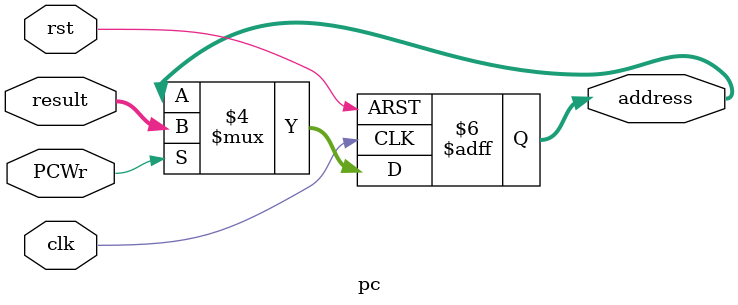
<source format=v>
module pc (clk, rst, PCWr, result, address);
    input clk, rst, PCWr;
    input [31:0]result;
    output reg[31:0] address;
    
    always @(posedge clk, negedge rst) begin
        if(!rst) begin
            address <= 32'h0000_3000;
        end
        else if(PCWr) begin
            address <= result;
        end
        else address <= address;
    end

endmodule



</source>
